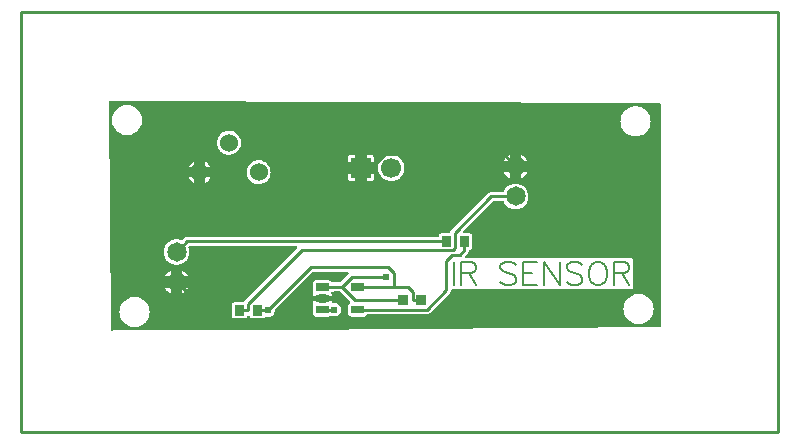
<source format=gtl>
G04 Layer: TopLayer*
G04 EasyEDA v6.4.31, 2022-01-30 11:59:04*
G04 67aa8dcb152247358fa929708868e3bd,10*
G04 Gerber Generator version 0.2*
G04 Scale: 100 percent, Rotated: No, Reflected: No *
G04 Dimensions in millimeters *
G04 leading zeros omitted , absolute positions ,4 integer and 5 decimal *
%FSLAX45Y45*%
%MOMM*%

%ADD10C,0.2540*%
%ADD11C,0.2030*%
%ADD12C,0.6096*%
%ADD15C,1.7000*%
%ADD16R,1.7000X1.7000*%
%ADD17C,1.6510*%
%ADD18C,1.5240*%

%LPD*%
G36*
X251764Y2846730D02*
G01*
X247853Y2847492D01*
X244602Y2849676D01*
X242366Y2852978D01*
X241554Y2856839D01*
X229362Y4789627D01*
X230124Y4793538D01*
X232308Y4796840D01*
X235610Y4799076D01*
X239572Y4799838D01*
X4891582Y4774895D01*
X4895443Y4774082D01*
X4898745Y4771898D01*
X4900930Y4768596D01*
X4901692Y4764735D01*
X4901692Y2893263D01*
X4900930Y2889402D01*
X4898745Y2886100D01*
X4895494Y2883916D01*
X4891633Y2883103D01*
X1723491Y2857500D01*
X267716Y2857500D01*
X265988Y2856788D01*
X258927Y2849727D01*
X255625Y2847492D01*
G37*

%LPC*%
G36*
X444500Y2882392D02*
G01*
X459892Y2883357D01*
X475030Y2886100D01*
X489712Y2890672D01*
X503732Y2897022D01*
X516940Y2904998D01*
X529031Y2914497D01*
X539902Y2925368D01*
X549402Y2937459D01*
X557377Y2950667D01*
X563727Y2964688D01*
X568299Y2979369D01*
X571042Y2994507D01*
X572008Y3009900D01*
X571042Y3025292D01*
X568299Y3040430D01*
X563727Y3055112D01*
X557377Y3069132D01*
X549402Y3082340D01*
X539902Y3094431D01*
X529031Y3105302D01*
X516940Y3114802D01*
X503732Y3122777D01*
X489712Y3129127D01*
X475030Y3133699D01*
X459892Y3136442D01*
X444500Y3137408D01*
X429107Y3136442D01*
X413969Y3133699D01*
X399288Y3129127D01*
X385267Y3122777D01*
X372059Y3114802D01*
X359968Y3105302D01*
X349097Y3094431D01*
X339598Y3082340D01*
X331622Y3069132D01*
X325272Y3055112D01*
X320700Y3040430D01*
X317957Y3025292D01*
X316992Y3009900D01*
X317957Y2994507D01*
X320700Y2979369D01*
X325272Y2964688D01*
X331622Y2950667D01*
X339598Y2937459D01*
X349097Y2925368D01*
X359968Y2914497D01*
X372059Y2904998D01*
X385267Y2897022D01*
X399288Y2890672D01*
X413969Y2886100D01*
X429107Y2883357D01*
G37*
G36*
X4711700Y2907792D02*
G01*
X4727092Y2908757D01*
X4742230Y2911500D01*
X4756912Y2916072D01*
X4770932Y2922422D01*
X4784140Y2930398D01*
X4796231Y2939897D01*
X4807102Y2950768D01*
X4816602Y2962859D01*
X4824577Y2976067D01*
X4830927Y2990088D01*
X4835499Y3004769D01*
X4838242Y3019907D01*
X4839208Y3035300D01*
X4838242Y3050692D01*
X4835499Y3065830D01*
X4830927Y3080512D01*
X4824577Y3094532D01*
X4816602Y3107740D01*
X4807102Y3119831D01*
X4796231Y3130702D01*
X4784140Y3140202D01*
X4770932Y3148177D01*
X4756912Y3154527D01*
X4742230Y3159099D01*
X4727092Y3161842D01*
X4711700Y3162808D01*
X4696307Y3161842D01*
X4681169Y3159099D01*
X4666488Y3154527D01*
X4652467Y3148177D01*
X4639259Y3140202D01*
X4627168Y3130702D01*
X4616297Y3119831D01*
X4606798Y3107740D01*
X4598822Y3094532D01*
X4592472Y3080512D01*
X4587900Y3065830D01*
X4585157Y3050692D01*
X4584192Y3035300D01*
X4585157Y3019907D01*
X4587900Y3004769D01*
X4592472Y2990088D01*
X4598822Y2976067D01*
X4606798Y2962859D01*
X4616297Y2950768D01*
X4627168Y2939897D01*
X4639259Y2930398D01*
X4652467Y2922422D01*
X4666488Y2916072D01*
X4681169Y2911500D01*
X4696307Y2908757D01*
G37*
G36*
X1294638Y2953512D02*
G01*
X1374140Y2953512D01*
X1380439Y2954223D01*
X1385925Y2956102D01*
X1390802Y2959201D01*
X1394917Y2963265D01*
X1397965Y2968193D01*
X1400098Y2974238D01*
X1402232Y2977794D01*
X1405636Y2980232D01*
X1409700Y2981045D01*
X1413764Y2980232D01*
X1417167Y2977794D01*
X1419301Y2974238D01*
X1421434Y2968193D01*
X1424482Y2963265D01*
X1428597Y2959201D01*
X1433474Y2956102D01*
X1438960Y2954223D01*
X1445260Y2953512D01*
X1524762Y2953512D01*
X1531112Y2954223D01*
X1536547Y2956102D01*
X1541475Y2959201D01*
X1545539Y2963265D01*
X1549196Y2967431D01*
X1553210Y2969006D01*
X1557477Y2968802D01*
X1563725Y2967126D01*
X1573530Y2966262D01*
X1583283Y2967126D01*
X1592783Y2969666D01*
X1601673Y2973781D01*
X1609750Y2979420D01*
X1616659Y2986379D01*
X1622298Y2994406D01*
X1626463Y3003346D01*
X1629003Y3012795D01*
X1629714Y3020822D01*
X1630629Y3024225D01*
X1632661Y3027121D01*
X1951177Y3345687D01*
X1954479Y3347872D01*
X1958390Y3348634D01*
X2248814Y3348634D01*
X2252675Y3347872D01*
X2255977Y3345687D01*
X2258212Y3342386D01*
X2258974Y3338474D01*
X2258212Y3334613D01*
X2255977Y3331311D01*
X2189073Y3264408D01*
X2185771Y3262172D01*
X2181860Y3261410D01*
X2119579Y3261410D01*
X2114651Y3261614D01*
X2111298Y3263239D01*
X2108758Y3265982D01*
X2107590Y3267811D01*
X2103526Y3271926D01*
X2098598Y3274974D01*
X2093163Y3276904D01*
X2086813Y3277615D01*
X1981962Y3277615D01*
X1975662Y3276904D01*
X1970176Y3274974D01*
X1965299Y3271926D01*
X1961184Y3267811D01*
X1958136Y3262934D01*
X1956206Y3257448D01*
X1955495Y3251149D01*
X1955495Y3187242D01*
X1956206Y3180943D01*
X1958289Y3175050D01*
X1958848Y3171698D01*
X1958289Y3168345D01*
X1956206Y3162452D01*
X1955495Y3156153D01*
X1955495Y3146806D01*
X2001570Y3146806D01*
X2001570Y3150616D01*
X2002332Y3154527D01*
X2004517Y3157829D01*
X2007819Y3160014D01*
X2011730Y3160776D01*
X2057095Y3160776D01*
X2060956Y3160014D01*
X2064257Y3157829D01*
X2066493Y3154527D01*
X2067255Y3150616D01*
X2067255Y3146806D01*
X2113330Y3146806D01*
X2113330Y3156153D01*
X2112619Y3162452D01*
X2110790Y3167583D01*
X2110232Y3171190D01*
X2110994Y3174746D01*
X2112975Y3177844D01*
X2115870Y3180029D01*
X2119426Y3181045D01*
X2122982Y3181400D01*
X2130806Y3183737D01*
X2133803Y3184194D01*
X2181910Y3184194D01*
X2185822Y3183432D01*
X2189124Y3181197D01*
X2270455Y3099866D01*
X2272538Y3096869D01*
X2273401Y3093364D01*
X2272995Y3089757D01*
X2271369Y3086506D01*
X2268677Y3084068D01*
X2265273Y3081934D01*
X2261158Y3077819D01*
X2258110Y3072942D01*
X2256180Y3067456D01*
X2255469Y3061157D01*
X2255469Y2997250D01*
X2256180Y2990951D01*
X2258110Y2985465D01*
X2261158Y2980588D01*
X2265273Y2976473D01*
X2270150Y2973425D01*
X2275636Y2971495D01*
X2281936Y2970784D01*
X2386787Y2970784D01*
X2393137Y2971495D01*
X2398572Y2973425D01*
X2403500Y2976473D01*
X2407564Y2980588D01*
X2410866Y2985820D01*
X2413152Y2988360D01*
X2416149Y2990037D01*
X2419502Y2990596D01*
X2919780Y2990596D01*
X2927807Y2991408D01*
X2935020Y2993593D01*
X2941675Y2997149D01*
X2947924Y3002280D01*
X3109468Y3163824D01*
X3114598Y3170072D01*
X3118154Y3176727D01*
X3120390Y3183991D01*
X3121304Y3192780D01*
X3122523Y3196539D01*
X3125063Y3199587D01*
X3128619Y3201416D01*
X3132582Y3201771D01*
X3139998Y3200908D01*
X4642561Y3200908D01*
X4648860Y3201619D01*
X4654346Y3203549D01*
X4659223Y3206597D01*
X4663338Y3210712D01*
X4666386Y3215589D01*
X4668316Y3221075D01*
X4669028Y3227374D01*
X4669028Y3440379D01*
X4668316Y3446678D01*
X4666386Y3452164D01*
X4663338Y3457041D01*
X4659223Y3461156D01*
X4654346Y3464204D01*
X4648860Y3466134D01*
X4642561Y3466846D01*
X3247948Y3466846D01*
X3244088Y3467608D01*
X3240786Y3469792D01*
X3238601Y3473094D01*
X3237788Y3477006D01*
X3238601Y3480866D01*
X3240786Y3484168D01*
X3264560Y3507994D01*
X3269691Y3514191D01*
X3273247Y3520897D01*
X3275431Y3528110D01*
X3276701Y3533089D01*
X3279089Y3536086D01*
X3282391Y3538016D01*
X3289198Y3540353D01*
X3294075Y3543401D01*
X3298139Y3547465D01*
X3301237Y3552393D01*
X3303168Y3557828D01*
X3303879Y3564178D01*
X3303879Y3649421D01*
X3303168Y3655771D01*
X3301237Y3661206D01*
X3298139Y3666134D01*
X3294075Y3670198D01*
X3289147Y3673297D01*
X3283712Y3675176D01*
X3277362Y3675887D01*
X3232353Y3675887D01*
X3228441Y3676700D01*
X3225139Y3678885D01*
X3222955Y3682187D01*
X3222193Y3686048D01*
X3222955Y3689959D01*
X3225139Y3693261D01*
X3478123Y3946194D01*
X3481425Y3948429D01*
X3485286Y3949192D01*
X3562400Y3949192D01*
X3566058Y3948480D01*
X3569258Y3946499D01*
X3571494Y3943502D01*
X3576370Y3933596D01*
X3584295Y3921810D01*
X3593642Y3911142D01*
X3604310Y3901795D01*
X3616096Y3893870D01*
X3628796Y3887622D01*
X3642258Y3883050D01*
X3656126Y3880307D01*
X3670300Y3879342D01*
X3684473Y3880307D01*
X3698341Y3883050D01*
X3711803Y3887622D01*
X3724503Y3893870D01*
X3736289Y3901795D01*
X3746957Y3911142D01*
X3756304Y3921810D01*
X3764229Y3933596D01*
X3770477Y3946296D01*
X3775049Y3959758D01*
X3777792Y3973626D01*
X3778758Y3987800D01*
X3777792Y4001973D01*
X3775049Y4015841D01*
X3770477Y4029303D01*
X3764229Y4042003D01*
X3756304Y4053789D01*
X3746957Y4064457D01*
X3736289Y4073804D01*
X3724503Y4081729D01*
X3711803Y4087977D01*
X3698341Y4092549D01*
X3684473Y4095292D01*
X3670300Y4096258D01*
X3656126Y4095292D01*
X3642258Y4092549D01*
X3628796Y4087977D01*
X3616096Y4081729D01*
X3604310Y4073804D01*
X3593642Y4064457D01*
X3584295Y4053789D01*
X3576370Y4042003D01*
X3571494Y4032097D01*
X3569258Y4029100D01*
X3566058Y4027119D01*
X3562400Y4026408D01*
X3465576Y4026408D01*
X3457549Y4025595D01*
X3450336Y4023410D01*
X3443681Y4019854D01*
X3437432Y4014724D01*
X3128467Y3705758D01*
X3123336Y3699510D01*
X3119780Y3692855D01*
X3116478Y3681476D01*
X3114243Y3678529D01*
X3111042Y3676599D01*
X3107385Y3675887D01*
X3047238Y3675887D01*
X3040888Y3675176D01*
X3035452Y3673297D01*
X3030524Y3670198D01*
X3026460Y3666134D01*
X3023362Y3661206D01*
X3021431Y3655771D01*
X3020263Y3650894D01*
X3017977Y3647998D01*
X3014827Y3646068D01*
X3011220Y3645408D01*
X889508Y3645408D01*
X881481Y3644595D01*
X874268Y3642410D01*
X867562Y3638854D01*
X861364Y3633724D01*
X849121Y3621532D01*
X846023Y3619398D01*
X842365Y3618534D01*
X838657Y3619093D01*
X828141Y3622649D01*
X814273Y3625392D01*
X800100Y3626358D01*
X785926Y3625392D01*
X772058Y3622649D01*
X758596Y3618077D01*
X745896Y3611829D01*
X734110Y3603904D01*
X723442Y3594557D01*
X714095Y3583889D01*
X706170Y3572103D01*
X699922Y3559403D01*
X695350Y3545941D01*
X692607Y3532073D01*
X691642Y3517900D01*
X692607Y3503726D01*
X695350Y3489858D01*
X699922Y3476396D01*
X706170Y3463696D01*
X714095Y3451910D01*
X723442Y3441242D01*
X734110Y3431895D01*
X745896Y3423970D01*
X758596Y3417722D01*
X772058Y3413150D01*
X785926Y3410407D01*
X800100Y3409442D01*
X814273Y3410407D01*
X828141Y3413150D01*
X841603Y3417722D01*
X854303Y3423970D01*
X866089Y3431895D01*
X876757Y3441242D01*
X886104Y3451910D01*
X894029Y3463696D01*
X900277Y3476396D01*
X904849Y3489858D01*
X907592Y3503726D01*
X908558Y3517900D01*
X907592Y3532073D01*
X904849Y3545941D01*
X901852Y3554780D01*
X901344Y3558540D01*
X902258Y3562299D01*
X904494Y3565398D01*
X907694Y3567480D01*
X911453Y3568192D01*
X1813661Y3568192D01*
X1817522Y3567429D01*
X1820824Y3565194D01*
X1823059Y3561943D01*
X1823821Y3558032D01*
X1823059Y3554120D01*
X1820824Y3550869D01*
X1375714Y3105708D01*
X1370584Y3099511D01*
X1369314Y3097072D01*
X1367028Y3094228D01*
X1363929Y3092348D01*
X1360373Y3091688D01*
X1294638Y3091688D01*
X1288288Y3090976D01*
X1282852Y3089097D01*
X1277924Y3085998D01*
X1273860Y3081934D01*
X1270762Y3077006D01*
X1268831Y3071571D01*
X1268120Y3065221D01*
X1268120Y2979978D01*
X1268831Y2973628D01*
X1270762Y2968193D01*
X1273860Y2963265D01*
X1277924Y2959201D01*
X1282852Y2956102D01*
X1288288Y2954223D01*
G37*
G36*
X1981962Y2970784D02*
G01*
X2086813Y2970784D01*
X2093163Y2971495D01*
X2098598Y2973425D01*
X2104034Y2976829D01*
X2107184Y2978150D01*
X2110536Y2978353D01*
X2113737Y2977438D01*
X2116328Y2976270D01*
X2125776Y2973730D01*
X2135581Y2972866D01*
X2145385Y2973730D01*
X2154834Y2976270D01*
X2163775Y2980385D01*
X2171801Y2986024D01*
X2178761Y2992983D01*
X2184400Y3001010D01*
X2188514Y3009950D01*
X2191054Y3019399D01*
X2191918Y3029204D01*
X2191054Y3039008D01*
X2188514Y3048457D01*
X2184400Y3057398D01*
X2178761Y3065424D01*
X2171801Y3072384D01*
X2163775Y3078022D01*
X2154834Y3082137D01*
X2145385Y3084677D01*
X2135632Y3085541D01*
X2124456Y3084474D01*
X2120239Y3084931D01*
X2116632Y3087065D01*
X2114194Y3090468D01*
X2113330Y3094583D01*
X2113330Y3101594D01*
X2067255Y3101594D01*
X2067255Y3097784D01*
X2066493Y3093872D01*
X2064257Y3090570D01*
X2060956Y3088386D01*
X2057095Y3087624D01*
X2011730Y3087624D01*
X2007819Y3088386D01*
X2004517Y3090570D01*
X2002332Y3093872D01*
X2001570Y3097784D01*
X2001570Y3101594D01*
X1955495Y3101594D01*
X1955495Y3092246D01*
X1956206Y3085947D01*
X1958289Y3080054D01*
X1958848Y3076702D01*
X1958289Y3073349D01*
X1956206Y3067456D01*
X1955495Y3061157D01*
X1955495Y2997250D01*
X1956206Y2990951D01*
X1958136Y2985465D01*
X1961184Y2980588D01*
X1965299Y2976473D01*
X1970176Y2973425D01*
X1975662Y2971495D01*
G37*
G36*
X847750Y3166719D02*
G01*
X854303Y3169970D01*
X866089Y3177895D01*
X876757Y3187242D01*
X886104Y3197910D01*
X894029Y3209696D01*
X897280Y3216249D01*
X847750Y3216249D01*
G37*
G36*
X752500Y3166719D02*
G01*
X752500Y3216249D01*
X702919Y3216249D01*
X706170Y3209696D01*
X714095Y3197910D01*
X723442Y3187242D01*
X734110Y3177895D01*
X745896Y3169970D01*
G37*
G36*
X847750Y3311499D02*
G01*
X897280Y3311499D01*
X894029Y3318103D01*
X886104Y3329889D01*
X876757Y3340557D01*
X866089Y3349904D01*
X854303Y3357829D01*
X847750Y3361080D01*
G37*
G36*
X702919Y3311499D02*
G01*
X752500Y3311499D01*
X752500Y3361080D01*
X745896Y3357829D01*
X734110Y3349904D01*
X723442Y3340557D01*
X714095Y3329889D01*
X706170Y3318103D01*
G37*
G36*
X1491183Y4090974D02*
G01*
X1504797Y4091432D01*
X1518259Y4093718D01*
X1531315Y4097731D01*
X1543659Y4103471D01*
X1555140Y4110837D01*
X1565554Y4119626D01*
X1574698Y4129735D01*
X1582420Y4140962D01*
X1588566Y4153154D01*
X1593037Y4166057D01*
X1595780Y4179417D01*
X1596694Y4193032D01*
X1595780Y4206595D01*
X1593037Y4220006D01*
X1588566Y4232859D01*
X1582420Y4245051D01*
X1574698Y4256278D01*
X1565554Y4266387D01*
X1555140Y4275175D01*
X1543659Y4282541D01*
X1531315Y4288282D01*
X1518259Y4292295D01*
X1504797Y4294581D01*
X1491183Y4295038D01*
X1477619Y4293666D01*
X1464360Y4290517D01*
X1451610Y4285589D01*
X1439672Y4279036D01*
X1428699Y4270959D01*
X1418894Y4261510D01*
X1410411Y4250791D01*
X1403502Y4239056D01*
X1398168Y4226509D01*
X1394561Y4213352D01*
X1392732Y4199839D01*
X1392732Y4186174D01*
X1394561Y4172661D01*
X1398168Y4159504D01*
X1403502Y4146956D01*
X1410411Y4135221D01*
X1418894Y4124553D01*
X1428699Y4115054D01*
X1439672Y4106976D01*
X1451610Y4100423D01*
X1464360Y4095496D01*
X1477619Y4092346D01*
G37*
G36*
X950163Y4101236D02*
G01*
X950163Y4148582D01*
X902817Y4148582D01*
X903478Y4146956D01*
X910437Y4135221D01*
X918870Y4124553D01*
X928674Y4115054D01*
X939647Y4106976D01*
G37*
G36*
X1039063Y4101337D02*
G01*
X1043686Y4103471D01*
X1055166Y4110837D01*
X1065580Y4119626D01*
X1074724Y4129735D01*
X1082446Y4140962D01*
X1086256Y4148582D01*
X1039063Y4148582D01*
G37*
G36*
X2276754Y4118203D02*
G01*
X2312314Y4118203D01*
X2312314Y4180230D01*
X2250287Y4180230D01*
X2250287Y4144670D01*
X2250998Y4138371D01*
X2252878Y4132884D01*
X2255977Y4128008D01*
X2260041Y4123893D01*
X2264968Y4120794D01*
X2270404Y4118914D01*
G37*
G36*
X2410002Y4118203D02*
G01*
X2445613Y4118203D01*
X2451912Y4118914D01*
X2457399Y4120794D01*
X2462276Y4123893D01*
X2466390Y4128008D01*
X2469438Y4132884D01*
X2471369Y4138371D01*
X2472080Y4144670D01*
X2472080Y4180230D01*
X2410002Y4180230D01*
G37*
G36*
X2613660Y4118254D02*
G01*
X2627833Y4118711D01*
X2641854Y4120997D01*
X2655519Y4125010D01*
X2668473Y4130801D01*
X2680665Y4138168D01*
X2691739Y4147007D01*
X2701645Y4157218D01*
X2710129Y4168597D01*
X2717088Y4180992D01*
X2722422Y4194149D01*
X2726029Y4207916D01*
X2727858Y4221988D01*
X2727858Y4236212D01*
X2726029Y4250283D01*
X2722422Y4264050D01*
X2717088Y4277207D01*
X2710129Y4289602D01*
X2701645Y4300982D01*
X2691739Y4311192D01*
X2680665Y4320032D01*
X2668473Y4327398D01*
X2655519Y4333138D01*
X2641854Y4337202D01*
X2627833Y4339488D01*
X2613660Y4339945D01*
X2599486Y4338574D01*
X2585669Y4335424D01*
X2572308Y4330496D01*
X2559710Y4323943D01*
X2548077Y4315815D01*
X2537561Y4306265D01*
X2528316Y4295444D01*
X2520594Y4283506D01*
X2514396Y4270705D01*
X2509926Y4257243D01*
X2507234Y4243273D01*
X2506319Y4229100D01*
X2507234Y4214926D01*
X2509926Y4200956D01*
X2514396Y4187494D01*
X2520594Y4174693D01*
X2528316Y4162755D01*
X2537561Y4151934D01*
X2548077Y4142384D01*
X2559710Y4134256D01*
X2572308Y4127703D01*
X2585669Y4122775D01*
X2599486Y4119626D01*
G37*
G36*
X3717950Y4144619D02*
G01*
X3724503Y4147870D01*
X3736289Y4155795D01*
X3746957Y4165142D01*
X3756304Y4175810D01*
X3764229Y4187596D01*
X3767480Y4194149D01*
X3717950Y4194149D01*
G37*
G36*
X3622700Y4144619D02*
G01*
X3622700Y4194149D01*
X3573119Y4194149D01*
X3576370Y4187596D01*
X3584295Y4175810D01*
X3593642Y4165142D01*
X3604310Y4155795D01*
X3616096Y4147870D01*
G37*
G36*
X1039063Y4237482D02*
G01*
X1086256Y4237482D01*
X1082446Y4245051D01*
X1074724Y4256278D01*
X1065580Y4266387D01*
X1055166Y4275175D01*
X1043686Y4282541D01*
X1039063Y4284675D01*
G37*
G36*
X902817Y4237482D02*
G01*
X950163Y4237482D01*
X950163Y4284776D01*
X939647Y4279036D01*
X928674Y4270959D01*
X918870Y4261510D01*
X910437Y4250791D01*
X903478Y4239056D01*
G37*
G36*
X2410002Y4277969D02*
G01*
X2472080Y4277969D01*
X2472080Y4313529D01*
X2471369Y4319828D01*
X2469438Y4325315D01*
X2466390Y4330192D01*
X2462276Y4334306D01*
X2457399Y4337405D01*
X2451912Y4339285D01*
X2445613Y4339996D01*
X2410002Y4339996D01*
G37*
G36*
X2250287Y4277969D02*
G01*
X2312314Y4277969D01*
X2312314Y4339996D01*
X2276754Y4339996D01*
X2270404Y4339285D01*
X2264968Y4337405D01*
X2260041Y4334306D01*
X2255977Y4330192D01*
X2252878Y4325315D01*
X2250998Y4319828D01*
X2250287Y4313529D01*
G37*
G36*
X3573119Y4289399D02*
G01*
X3622700Y4289399D01*
X3622700Y4338980D01*
X3616096Y4335729D01*
X3604310Y4327804D01*
X3593642Y4318457D01*
X3584295Y4307789D01*
X3576370Y4296003D01*
G37*
G36*
X3717950Y4289399D02*
G01*
X3767480Y4289399D01*
X3764229Y4296003D01*
X3756304Y4307789D01*
X3746957Y4318457D01*
X3736289Y4327804D01*
X3724503Y4335729D01*
X3717950Y4338980D01*
G37*
G36*
X1241196Y4340961D02*
G01*
X1254810Y4341418D01*
X1268272Y4343704D01*
X1281328Y4347768D01*
X1293672Y4353509D01*
X1305153Y4360824D01*
X1315567Y4369612D01*
X1324711Y4379722D01*
X1332433Y4390999D01*
X1338580Y4403140D01*
X1343050Y4416044D01*
X1345793Y4429404D01*
X1346708Y4443018D01*
X1345793Y4456633D01*
X1343050Y4469993D01*
X1338580Y4482846D01*
X1332433Y4495038D01*
X1324711Y4506264D01*
X1315567Y4516374D01*
X1305153Y4525213D01*
X1293672Y4532528D01*
X1281328Y4538268D01*
X1268272Y4542332D01*
X1254810Y4544568D01*
X1241196Y4545025D01*
X1227632Y4543653D01*
X1214374Y4540504D01*
X1201623Y4535627D01*
X1189685Y4529074D01*
X1178712Y4520946D01*
X1168908Y4511497D01*
X1160424Y4500778D01*
X1153515Y4489043D01*
X1148181Y4476496D01*
X1144574Y4463338D01*
X1142746Y4449826D01*
X1142746Y4436211D01*
X1144574Y4422698D01*
X1148181Y4409541D01*
X1153515Y4396994D01*
X1160424Y4385259D01*
X1168908Y4374540D01*
X1178712Y4365040D01*
X1189685Y4356963D01*
X1201623Y4350410D01*
X1214374Y4345533D01*
X1227632Y4342333D01*
G37*
G36*
X4686300Y4495292D02*
G01*
X4701692Y4496257D01*
X4716830Y4499000D01*
X4731512Y4503572D01*
X4745532Y4509922D01*
X4758740Y4517898D01*
X4770831Y4527397D01*
X4781702Y4538268D01*
X4791202Y4550359D01*
X4799177Y4563567D01*
X4805527Y4577588D01*
X4810099Y4592269D01*
X4812842Y4607407D01*
X4813808Y4622800D01*
X4812842Y4638192D01*
X4810099Y4653330D01*
X4805527Y4668012D01*
X4799177Y4682032D01*
X4791202Y4695240D01*
X4781702Y4707331D01*
X4770831Y4718202D01*
X4758740Y4727702D01*
X4745532Y4735677D01*
X4731512Y4742027D01*
X4716830Y4746599D01*
X4701692Y4749342D01*
X4686300Y4750308D01*
X4670907Y4749342D01*
X4655769Y4746599D01*
X4641088Y4742027D01*
X4627067Y4735677D01*
X4613859Y4727702D01*
X4601768Y4718202D01*
X4590897Y4707331D01*
X4581398Y4695240D01*
X4573422Y4682032D01*
X4567072Y4668012D01*
X4562500Y4653330D01*
X4559757Y4638192D01*
X4558792Y4622800D01*
X4559757Y4607407D01*
X4562500Y4592269D01*
X4567072Y4577588D01*
X4573422Y4563567D01*
X4581398Y4550359D01*
X4590897Y4538268D01*
X4601768Y4527397D01*
X4613859Y4517898D01*
X4627067Y4509922D01*
X4641088Y4503572D01*
X4655769Y4499000D01*
X4670907Y4496257D01*
G37*
G36*
X381000Y4507992D02*
G01*
X396392Y4508957D01*
X411530Y4511700D01*
X426212Y4516272D01*
X440232Y4522622D01*
X453440Y4530598D01*
X465531Y4540097D01*
X476402Y4550968D01*
X485901Y4563059D01*
X493877Y4576267D01*
X500227Y4590288D01*
X504799Y4604969D01*
X507542Y4620107D01*
X508508Y4635500D01*
X507542Y4650892D01*
X504799Y4666030D01*
X500227Y4680712D01*
X493877Y4694732D01*
X485901Y4707940D01*
X476402Y4720031D01*
X465531Y4730902D01*
X453440Y4740402D01*
X440232Y4748377D01*
X426212Y4754727D01*
X411530Y4759299D01*
X396392Y4762042D01*
X381000Y4763008D01*
X365607Y4762042D01*
X350469Y4759299D01*
X335788Y4754727D01*
X321767Y4748377D01*
X308559Y4740402D01*
X296468Y4730902D01*
X285597Y4720031D01*
X276098Y4707940D01*
X268122Y4694732D01*
X261772Y4680712D01*
X257200Y4666030D01*
X254457Y4650892D01*
X253492Y4635500D01*
X254457Y4620107D01*
X257200Y4604969D01*
X261772Y4590288D01*
X268122Y4576267D01*
X276098Y4563059D01*
X285597Y4550968D01*
X296468Y4540097D01*
X308559Y4530598D01*
X321767Y4522622D01*
X335788Y4516272D01*
X350469Y4511700D01*
X365607Y4508957D01*
G37*

%LPD*%
D11*
X3149600Y3430778D02*
G01*
X3149600Y3236976D01*
X3210559Y3430778D02*
G01*
X3210559Y3236976D01*
X3210559Y3430778D02*
G01*
X3293618Y3430778D01*
X3321304Y3421634D01*
X3330702Y3412489D01*
X3339845Y3393947D01*
X3339845Y3375405D01*
X3330702Y3356863D01*
X3321304Y3347720D01*
X3293618Y3338576D01*
X3210559Y3338576D01*
X3275329Y3338576D02*
G01*
X3339845Y3236976D01*
X3672331Y3403092D02*
G01*
X3653790Y3421634D01*
X3626104Y3430778D01*
X3589274Y3430778D01*
X3561588Y3421634D01*
X3543045Y3403092D01*
X3543045Y3384550D01*
X3552190Y3366262D01*
X3561588Y3356863D01*
X3580129Y3347720D01*
X3635502Y3329178D01*
X3653790Y3320034D01*
X3663188Y3310889D01*
X3672331Y3292347D01*
X3672331Y3264662D01*
X3653790Y3246120D01*
X3626104Y3236976D01*
X3589274Y3236976D01*
X3561588Y3246120D01*
X3543045Y3264662D01*
X3733291Y3430778D02*
G01*
X3733291Y3236976D01*
X3733291Y3430778D02*
G01*
X3853434Y3430778D01*
X3733291Y3338576D02*
G01*
X3807206Y3338576D01*
X3733291Y3236976D02*
G01*
X3853434Y3236976D01*
X3914393Y3430778D02*
G01*
X3914393Y3236976D01*
X3914393Y3430778D02*
G01*
X4043679Y3236976D01*
X4043679Y3430778D02*
G01*
X4043679Y3236976D01*
X4233925Y3403092D02*
G01*
X4215384Y3421634D01*
X4187697Y3430778D01*
X4150868Y3430778D01*
X4123181Y3421634D01*
X4104640Y3403092D01*
X4104640Y3384550D01*
X4113784Y3366262D01*
X4123181Y3356863D01*
X4141470Y3347720D01*
X4197095Y3329178D01*
X4215384Y3320034D01*
X4224781Y3310889D01*
X4233925Y3292347D01*
X4233925Y3264662D01*
X4215384Y3246120D01*
X4187697Y3236976D01*
X4150868Y3236976D01*
X4123181Y3246120D01*
X4104640Y3264662D01*
X4350258Y3430778D02*
G01*
X4331970Y3421634D01*
X4313427Y3403092D01*
X4304029Y3384550D01*
X4294886Y3356863D01*
X4294886Y3310889D01*
X4304029Y3282950D01*
X4313427Y3264662D01*
X4331970Y3246120D01*
X4350258Y3236976D01*
X4387341Y3236976D01*
X4405629Y3246120D01*
X4424172Y3264662D01*
X4433570Y3282950D01*
X4442713Y3310889D01*
X4442713Y3356863D01*
X4433570Y3384550D01*
X4424172Y3403092D01*
X4405629Y3421634D01*
X4387341Y3430778D01*
X4350258Y3430778D01*
X4503674Y3430778D02*
G01*
X4503674Y3236976D01*
X4503674Y3430778D02*
G01*
X4586731Y3430778D01*
X4614418Y3421634D01*
X4623815Y3412489D01*
X4632959Y3393947D01*
X4632959Y3375405D01*
X4623815Y3356863D01*
X4614418Y3347720D01*
X4586731Y3338576D01*
X4503674Y3338576D01*
X4568190Y3338576D02*
G01*
X4632959Y3236976D01*
D10*
X2034413Y3029204D02*
G01*
X2115464Y3029204D01*
X2115464Y3029204D02*
G01*
X2135581Y3029204D01*
X3237636Y3535629D02*
G01*
X3196742Y3494735D01*
X3133597Y3494735D01*
X3082543Y3443681D01*
X3082543Y3191484D01*
X2920263Y3029204D01*
X2334386Y3029204D01*
X3237636Y3606800D02*
G01*
X3237636Y3535629D01*
X2869336Y3111500D02*
G01*
X2801035Y3111500D01*
X1485036Y3022600D02*
G01*
X1519173Y3022600D01*
X1519173Y3022600D02*
G01*
X1573504Y3022600D01*
X2640355Y3219195D02*
G01*
X2640355Y3341573D01*
X2594660Y3387267D01*
X1938172Y3387267D01*
X1573504Y3022600D01*
X2334386Y3219195D02*
G01*
X2640355Y3219195D01*
X2640355Y3219195D02*
G01*
X2761640Y3219195D01*
X2801035Y3179800D01*
X2801035Y3111500D01*
X3086963Y3606800D02*
G01*
X889000Y3606800D01*
X800100Y3517900D01*
X1334363Y3022600D02*
G01*
X1402664Y3022600D01*
X3670300Y3987800D02*
G01*
X3465093Y3987800D01*
X3155391Y3678097D01*
X3155391Y3551986D01*
X3138931Y3535527D01*
X1860118Y3535527D01*
X1402664Y3078073D01*
X1402664Y3022600D01*
X3670300Y4241800D02*
G01*
X3566261Y4345838D01*
X2562682Y4345838D01*
X2474188Y4257344D01*
X2474188Y4229100D01*
X2361209Y4229100D02*
G01*
X2474188Y4229100D01*
X800100Y3263900D02*
G01*
X1114247Y2949752D01*
X1727301Y2949752D01*
X1901748Y3124200D01*
X2034413Y3124200D01*
X2202103Y3222828D02*
G01*
X2313406Y3111500D01*
X2718663Y3111500D01*
X2202103Y3222828D02*
G01*
X2286101Y3306826D01*
X2576855Y3306826D01*
X2202103Y3222828D02*
G01*
X2202078Y3222802D01*
X2119071Y3222802D01*
X2115464Y3219195D01*
X2034413Y3219195D02*
G01*
X2115464Y3219195D01*
G36*
X1444701Y2979399D02*
G01*
X1444701Y3065800D01*
X1525348Y3065800D01*
X1525348Y2979399D01*
G37*
G36*
X1374698Y2979399D02*
G01*
X1374698Y3065800D01*
X1294051Y3065800D01*
X1294051Y2979399D01*
G37*
G36*
X2829001Y3068299D02*
G01*
X2829001Y3154700D01*
X2909648Y3154700D01*
X2909648Y3068299D01*
G37*
G36*
X2758998Y3068299D02*
G01*
X2758998Y3154700D01*
X2678351Y3154700D01*
X2678351Y3068299D01*
G37*
G36*
X3197301Y3563599D02*
G01*
X3197301Y3650000D01*
X3277948Y3650000D01*
X3277948Y3563599D01*
G37*
G36*
X3127298Y3563599D02*
G01*
X3127298Y3650000D01*
X3046651Y3650000D01*
X3046651Y3563599D01*
G37*
G36*
X1981314Y3251707D02*
G01*
X2087486Y3251707D01*
X2087486Y3186684D01*
X1981314Y3186684D01*
G37*
G36*
X1981314Y3156712D02*
G01*
X2087486Y3156712D01*
X2087486Y3091687D01*
X1981314Y3091687D01*
G37*
G36*
X1981314Y3061715D02*
G01*
X2087486Y3061715D01*
X2087486Y2996692D01*
X1981314Y2996692D01*
G37*
G36*
X2281288Y3061715D02*
G01*
X2387460Y3061715D01*
X2387460Y2996692D01*
X2281288Y2996692D01*
G37*
G36*
X2281288Y3251707D02*
G01*
X2387460Y3251707D01*
X2387460Y3186684D01*
X2281288Y3186684D01*
G37*
X-520700Y5549900D02*
G01*
X5892800Y5549900D01*
X5892800Y1993900D01*
X-520700Y1993900D01*
X-520700Y5549900D01*
D15*
G01*
X2617203Y4229100D03*
D16*
G01*
X2361196Y4229100D03*
D17*
G01*
X3670300Y4241800D03*
G01*
X3670300Y3987800D03*
G01*
X800100Y3517900D03*
G01*
X800100Y3263900D03*
D18*
G01*
X1244612Y4442993D03*
G01*
X1494599Y4193006D03*
G01*
X994600Y4193006D03*
D12*
G01*
X2576855Y3306826D03*
G01*
X1573504Y3022600D03*
G01*
X2135581Y3029204D03*
M02*

</source>
